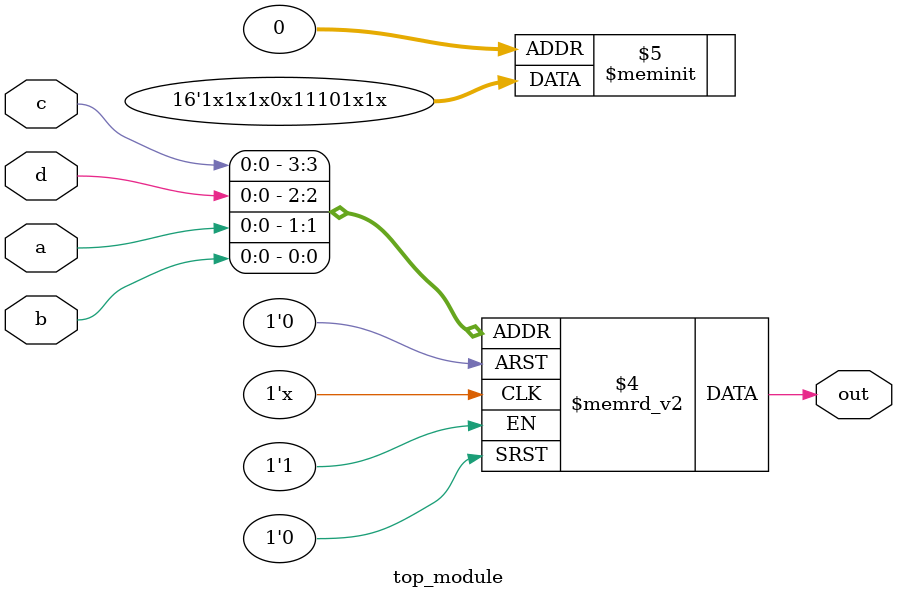
<source format=sv>
module top_module (
    input a, 
    input b,
    input c,
    input d,
    output reg out
);

always @(*) begin
    case ({c, d, a, b})
        4'b0001: out = 1'b1;
        4'b0011: out = 1'b1;
        4'b0100: out = 1'b0;
        4'b0101: out = 1'b1;
        4'b0110: out = 1'b1;
        4'b0111: out = 1'b1;
        4'b1001: out = 1'b0;
        4'b1011: out = 1'b1;
        4'b1101: out = 1'b1;
        4'b1111: out = 1'b1;
        default: out = 1'bx;
    endcase
end

endmodule

</source>
